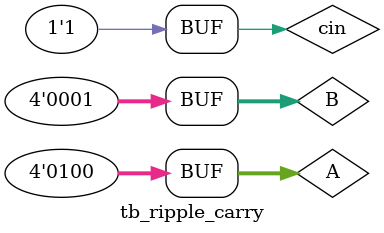
<source format=v>

module tb_ripple_carry();
reg [3:0] A, B; // Declaration of two four-bit inputs
reg cin; // and the one-bit input carry
wire [3:0] s; // Declaration of the five-bit outputs
wire  cout;  // internal carry wires
ripple_carry DUT (s,cout,cin,A,B);

initial
begin
#10 A=4'b0000;B=4'b0001;cin=1'b0;
#10 A=4'b0001;B=4'b0001;cin=1'b0;
#10 A=4'b0010;B=4'b0001;cin=1'b1;
#10 A=4'b0100;B=4'b0001;cin=1'b1;
end
endmodule



</source>
